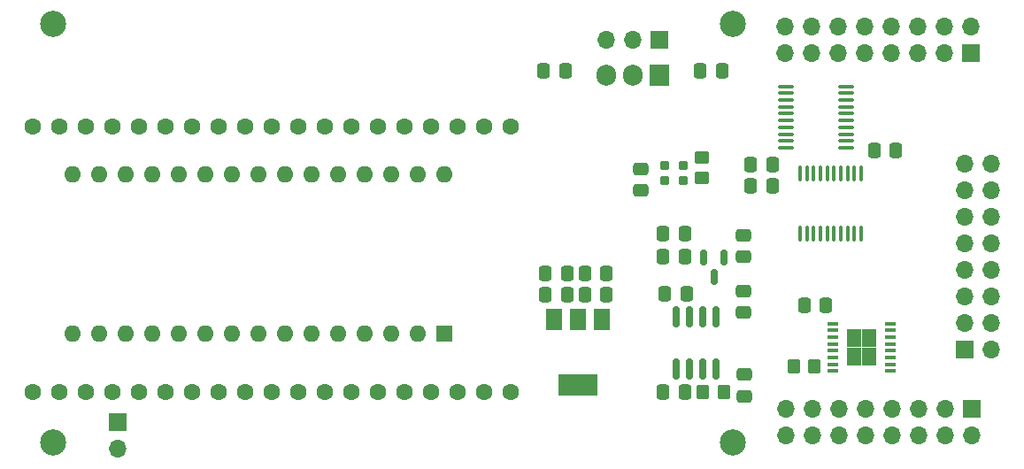
<source format=gbr>
%TF.GenerationSoftware,KiCad,Pcbnew,(6.0.5-0)*%
%TF.CreationDate,2022-06-25T17:27:44+01:00*%
%TF.ProjectId,revised_minh_design,72657669-7365-4645-9f6d-696e685f6465,rev?*%
%TF.SameCoordinates,Original*%
%TF.FileFunction,Soldermask,Top*%
%TF.FilePolarity,Negative*%
%FSLAX46Y46*%
G04 Gerber Fmt 4.6, Leading zero omitted, Abs format (unit mm)*
G04 Created by KiCad (PCBNEW (6.0.5-0)) date 2022-06-25 17:27:44*
%MOMM*%
%LPD*%
G01*
G04 APERTURE LIST*
G04 Aperture macros list*
%AMRoundRect*
0 Rectangle with rounded corners*
0 $1 Rounding radius*
0 $2 $3 $4 $5 $6 $7 $8 $9 X,Y pos of 4 corners*
0 Add a 4 corners polygon primitive as box body*
4,1,4,$2,$3,$4,$5,$6,$7,$8,$9,$2,$3,0*
0 Add four circle primitives for the rounded corners*
1,1,$1+$1,$2,$3*
1,1,$1+$1,$4,$5*
1,1,$1+$1,$6,$7*
1,1,$1+$1,$8,$9*
0 Add four rect primitives between the rounded corners*
20,1,$1+$1,$2,$3,$4,$5,0*
20,1,$1+$1,$4,$5,$6,$7,0*
20,1,$1+$1,$6,$7,$8,$9,0*
20,1,$1+$1,$8,$9,$2,$3,0*%
G04 Aperture macros list end*
%ADD10R,1.700000X1.700000*%
%ADD11O,1.700000X1.700000*%
%ADD12R,1.600000X1.600000*%
%ADD13O,1.600000X1.600000*%
%ADD14RoundRect,0.100000X0.637500X0.100000X-0.637500X0.100000X-0.637500X-0.100000X0.637500X-0.100000X0*%
%ADD15RoundRect,0.250000X-0.475000X0.337500X-0.475000X-0.337500X0.475000X-0.337500X0.475000X0.337500X0*%
%ADD16RoundRect,0.250000X0.337500X0.475000X-0.337500X0.475000X-0.337500X-0.475000X0.337500X-0.475000X0*%
%ADD17C,2.500000*%
%ADD18RoundRect,0.100000X0.100000X-0.637500X0.100000X0.637500X-0.100000X0.637500X-0.100000X-0.637500X0*%
%ADD19RoundRect,0.250000X0.475000X-0.337500X0.475000X0.337500X-0.475000X0.337500X-0.475000X-0.337500X0*%
%ADD20R,1.500000X2.000000*%
%ADD21R,3.800000X2.000000*%
%ADD22RoundRect,0.250000X-0.350000X-0.450000X0.350000X-0.450000X0.350000X0.450000X-0.350000X0.450000X0*%
%ADD23RoundRect,0.150000X-0.150000X0.587500X-0.150000X-0.587500X0.150000X-0.587500X0.150000X0.587500X0*%
%ADD24RoundRect,0.250000X-0.337500X-0.475000X0.337500X-0.475000X0.337500X0.475000X-0.337500X0.475000X0*%
%ADD25RoundRect,0.150000X-0.150000X0.825000X-0.150000X-0.825000X0.150000X-0.825000X0.150000X0.825000X0*%
%ADD26R,1.905000X2.000000*%
%ADD27O,1.905000X2.000000*%
%ADD28R,1.470000X0.895000*%
%ADD29R,1.050000X0.450000*%
%ADD30RoundRect,0.250000X-0.450000X0.350000X-0.450000X-0.350000X0.450000X-0.350000X0.450000X0.350000X0*%
%ADD31RoundRect,0.200000X0.250000X-0.200000X0.250000X0.200000X-0.250000X0.200000X-0.250000X-0.200000X0*%
%ADD32C,1.600000*%
G04 APERTURE END LIST*
D10*
%TO.C,J5*%
X60198000Y-78105000D03*
D11*
X60198000Y-80645000D03*
%TD*%
D12*
%TO.C,A1*%
X91440000Y-69596000D03*
D13*
X88900000Y-69596000D03*
X86360000Y-69596000D03*
X83820000Y-69596000D03*
X81280000Y-69596000D03*
X78740000Y-69596000D03*
X76200000Y-69596000D03*
X73660000Y-69596000D03*
X71120000Y-69596000D03*
X68580000Y-69596000D03*
X66040000Y-69596000D03*
X63500000Y-69596000D03*
X60960000Y-69596000D03*
X58420000Y-69596000D03*
X55880000Y-69596000D03*
X55880000Y-54356000D03*
X58420000Y-54356000D03*
X60960000Y-54356000D03*
X63500000Y-54356000D03*
X66040000Y-54356000D03*
X68580000Y-54356000D03*
X71120000Y-54356000D03*
X73660000Y-54356000D03*
X76200000Y-54356000D03*
X78740000Y-54356000D03*
X81280000Y-54356000D03*
X83820000Y-54356000D03*
X86360000Y-54356000D03*
X88900000Y-54356000D03*
X91440000Y-54356000D03*
%TD*%
D14*
%TO.C,U6*%
X129862500Y-51820000D03*
X129862500Y-51170000D03*
X129862500Y-50520000D03*
X129862500Y-49870000D03*
X129862500Y-49220000D03*
X129862500Y-48570000D03*
X129862500Y-47920000D03*
X129862500Y-47270000D03*
X129862500Y-46620000D03*
X129862500Y-45970000D03*
X124137500Y-45970000D03*
X124137500Y-46620000D03*
X124137500Y-47270000D03*
X124137500Y-47920000D03*
X124137500Y-48570000D03*
X124137500Y-49220000D03*
X124137500Y-49870000D03*
X124137500Y-50520000D03*
X124137500Y-51170000D03*
X124137500Y-51820000D03*
%TD*%
D15*
%TO.C,C18*%
X120015000Y-60176500D03*
X120015000Y-62251500D03*
%TD*%
D16*
%TO.C,C13*%
X114448500Y-75185000D03*
X112373500Y-75185000D03*
%TD*%
D17*
%TO.C, *%
X54000000Y-40000000D03*
%TD*%
D18*
%TO.C,U7*%
X125472000Y-60012500D03*
X126122000Y-60012500D03*
X126772000Y-60012500D03*
X127422000Y-60012500D03*
X128072000Y-60012500D03*
X128722000Y-60012500D03*
X129372000Y-60012500D03*
X130022000Y-60012500D03*
X130672000Y-60012500D03*
X131322000Y-60012500D03*
X131322000Y-54287500D03*
X130672000Y-54287500D03*
X130022000Y-54287500D03*
X129372000Y-54287500D03*
X128722000Y-54287500D03*
X128072000Y-54287500D03*
X127422000Y-54287500D03*
X126772000Y-54287500D03*
X126122000Y-54287500D03*
X125472000Y-54287500D03*
%TD*%
D19*
%TO.C,C11*%
X110236000Y-55901500D03*
X110236000Y-53826500D03*
%TD*%
D16*
%TO.C,C8*%
X114448500Y-60071000D03*
X112373500Y-60071000D03*
%TD*%
D17*
%TO.C, *%
X119000000Y-40000000D03*
%TD*%
D10*
%TO.C,J3*%
X141204000Y-71105000D03*
D11*
X143744000Y-71105000D03*
X141204000Y-68565000D03*
X143744000Y-68565000D03*
X141204000Y-66025000D03*
X143744000Y-66025000D03*
X141204000Y-63485000D03*
X143744000Y-63485000D03*
X141204000Y-60945000D03*
X143744000Y-60945000D03*
X141204000Y-58405000D03*
X143744000Y-58405000D03*
X141204000Y-55865000D03*
X143744000Y-55865000D03*
X141204000Y-53325000D03*
X143744000Y-53325000D03*
%TD*%
D20*
%TO.C,U4*%
X106495500Y-68224000D03*
D21*
X104195500Y-74524000D03*
D20*
X104195500Y-68224000D03*
X101895500Y-68224000D03*
%TD*%
D16*
%TO.C,C2*%
X103018500Y-44450000D03*
X100943500Y-44450000D03*
%TD*%
D22*
%TO.C,R2*%
X116156500Y-75185000D03*
X118156500Y-75185000D03*
%TD*%
D16*
%TO.C,C3*%
X106955500Y-63880000D03*
X104880500Y-63880000D03*
%TD*%
%TO.C,C14*%
X127932000Y-66929000D03*
X125857000Y-66929000D03*
%TD*%
D19*
%TO.C,C12*%
X120128500Y-75586500D03*
X120128500Y-73511500D03*
%TD*%
D17*
%TO.C, *%
X119000000Y-80000000D03*
%TD*%
D16*
%TO.C,C17*%
X122830500Y-55499000D03*
X120755500Y-55499000D03*
%TD*%
D23*
%TO.C,U3*%
X118171000Y-62308500D03*
X116271000Y-62308500D03*
X117221000Y-64183500D03*
%TD*%
D24*
%TO.C,C7*%
X101118000Y-65880000D03*
X103193000Y-65880000D03*
%TD*%
D25*
%TO.C,U5*%
X117461500Y-68010000D03*
X116191500Y-68010000D03*
X114921500Y-68010000D03*
X113651500Y-68010000D03*
X113651500Y-72960000D03*
X114921500Y-72960000D03*
X116191500Y-72960000D03*
X117461500Y-72960000D03*
%TD*%
D24*
%TO.C,C1*%
X115929500Y-44450000D03*
X118004500Y-44450000D03*
%TD*%
D26*
%TO.C,U2*%
X112014000Y-44902000D03*
D27*
X109474000Y-44902000D03*
X106934000Y-44902000D03*
%TD*%
D24*
%TO.C,C9*%
X101118000Y-63880000D03*
X103193000Y-63880000D03*
%TD*%
D16*
%TO.C,C5*%
X106955500Y-65880000D03*
X104880500Y-65880000D03*
%TD*%
D24*
%TO.C,C16*%
X132566500Y-52070000D03*
X134641500Y-52070000D03*
%TD*%
D22*
%TO.C,R1*%
X124857000Y-72771000D03*
X126857000Y-72771000D03*
%TD*%
D28*
%TO.C,U8*%
X132080000Y-71374000D03*
X132080000Y-69584000D03*
X130610000Y-70479000D03*
X130610000Y-71374000D03*
X132080000Y-72269000D03*
X130610000Y-72269000D03*
X130610000Y-69584000D03*
X132080000Y-70479000D03*
D29*
X134120000Y-68651500D03*
X134120000Y-69301500D03*
X134120000Y-69951500D03*
X134120000Y-70601500D03*
X134120000Y-71251500D03*
X134120000Y-71901500D03*
X134120000Y-72551500D03*
X134120000Y-73201500D03*
X128570000Y-73201500D03*
X128570000Y-72551500D03*
X128570000Y-71901500D03*
X128570000Y-71251500D03*
X128570000Y-70601500D03*
X128570000Y-69951500D03*
X128570000Y-69301500D03*
X128570000Y-68651500D03*
%TD*%
D17*
%TO.C, *%
X54000000Y-80000000D03*
%TD*%
D10*
%TO.C,J1*%
X112014000Y-41529000D03*
D11*
X109474000Y-41529000D03*
X106934000Y-41529000D03*
%TD*%
D16*
%TO.C,C6*%
X114448500Y-62230000D03*
X112373500Y-62230000D03*
%TD*%
D30*
%TO.C,R3*%
X116078000Y-52721000D03*
X116078000Y-54721000D03*
%TD*%
D16*
%TO.C,C10*%
X114597000Y-65785000D03*
X112522000Y-65785000D03*
%TD*%
%TO.C,C15*%
X122830500Y-53467000D03*
X120755500Y-53467000D03*
%TD*%
D15*
%TO.C,C4*%
X120015000Y-65510500D03*
X120015000Y-67585500D03*
%TD*%
D10*
%TO.C,J2*%
X141844000Y-42799000D03*
D11*
X141844000Y-40259000D03*
X139304000Y-42799000D03*
X139304000Y-40259000D03*
X136764000Y-42799000D03*
X136764000Y-40259000D03*
X134224000Y-42799000D03*
X134224000Y-40259000D03*
X131684000Y-42799000D03*
X131684000Y-40259000D03*
X129144000Y-42799000D03*
X129144000Y-40259000D03*
X126604000Y-42799000D03*
X126604000Y-40259000D03*
X124064000Y-42799000D03*
X124064000Y-40259000D03*
%TD*%
D31*
%TO.C,X1*%
X112486000Y-54954000D03*
X114336000Y-54954000D03*
X114336000Y-53504000D03*
X112486000Y-53504000D03*
%TD*%
D32*
%TO.C,U1*%
X97785000Y-49784000D03*
X95245000Y-49784000D03*
X92705000Y-49784000D03*
X90165000Y-49784000D03*
X87625000Y-49784000D03*
X85085000Y-49784000D03*
X82547858Y-49789715D03*
X80010715Y-49789715D03*
X77465000Y-49784000D03*
X74925000Y-49784000D03*
X72385000Y-49784000D03*
X69845000Y-49784000D03*
X67305000Y-49784000D03*
X64765000Y-49784000D03*
X62250715Y-49789715D03*
X59713572Y-49789715D03*
X57145000Y-49784000D03*
X54599014Y-49789715D03*
X52102143Y-49789715D03*
X52065000Y-75184000D03*
X54605000Y-75184000D03*
X57145000Y-75184000D03*
X59685000Y-75184000D03*
X62225000Y-75184000D03*
X64765000Y-75184000D03*
X67305000Y-75184000D03*
X69845000Y-75184000D03*
X72385000Y-75184000D03*
X74925000Y-75184000D03*
X77465000Y-75184000D03*
X80005000Y-75184000D03*
X82545000Y-75184000D03*
X85085000Y-75184000D03*
X87625000Y-75184000D03*
X90165000Y-75184000D03*
X92705000Y-75184000D03*
X95245000Y-75184000D03*
X97785000Y-75184000D03*
%TD*%
D10*
%TO.C,J4*%
X141859000Y-76835000D03*
D11*
X141859000Y-79375000D03*
X139319000Y-76835000D03*
X139319000Y-79375000D03*
X136779000Y-76835000D03*
X136779000Y-79375000D03*
X134239000Y-76835000D03*
X134239000Y-79375000D03*
X131699000Y-76835000D03*
X131699000Y-79375000D03*
X129159000Y-76835000D03*
X129159000Y-79375000D03*
X126619000Y-76835000D03*
X126619000Y-79375000D03*
X124079000Y-76835000D03*
X124079000Y-79375000D03*
%TD*%
M02*

</source>
